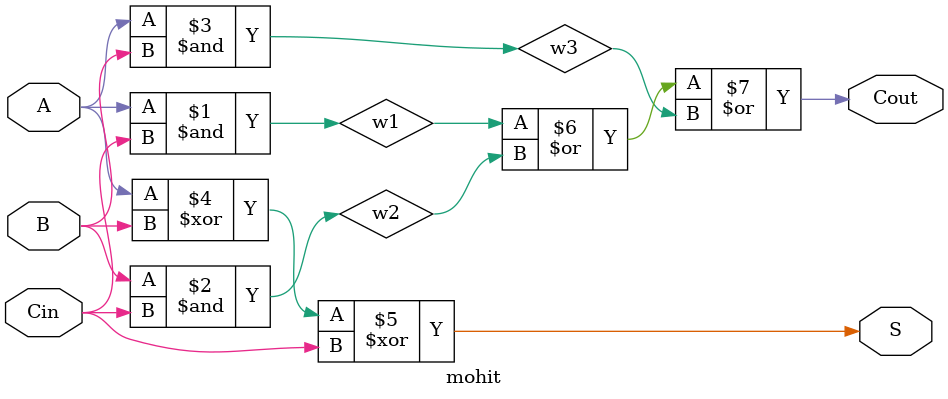
<source format=v>
`timescale 1ns / 1ps

module mohit(
	input A, B, Cin,
	output S, Cout
);

wire w1, w2, w3;

and (w1, A, Cin);
and (w2, B, Cin);
and (w3, A, B);

xor (S, A, B, Cin);
or (Cout, w1, w2, w3);

endmodule

</source>
